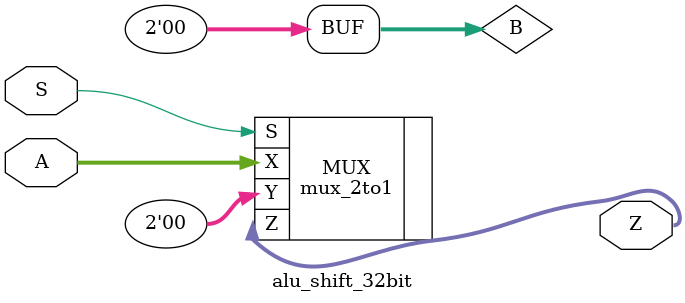
<source format=v>
`timescale 1ns / 1ps
`default_nettype none
module alu_shift_32bit(A, S, Z);

    parameter N = 2;

	//port definitions

	input wire [(N-1):0] A;
	input wire S;
    output wire [(N-1):0] Z;
    wire [(N-1):0] B;

    assign B[N-1:0] = 32'd0;
    
	mux_2to1 #(.N(N)) MUX (.X(A), .Y(B), .S(S), .Z(Z));
endmodule
`default_nettype wire

</source>
